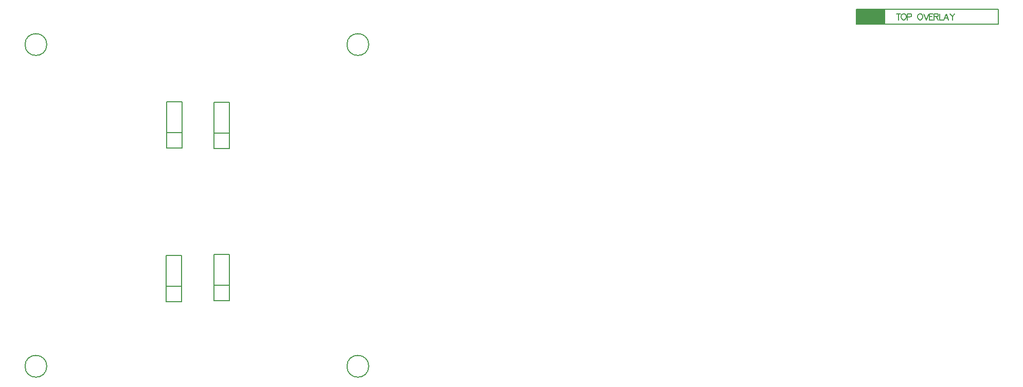
<source format=gto>
G04 Layer_Color=65535*
%FSLAX44Y44*%
%MOMM*%
G71*
G01*
G75*
%ADD13C,0.2032*%
%ADD14C,0.1270*%
%ADD15R,4.8260X2.4130*%
D13*
X1742961Y1855000D02*
G03*
X1742961Y1855000I-17960J0D01*
G01*
X2272961D02*
G03*
X2272961Y1855000I-17960J0D01*
G01*
X1742961Y1325000D02*
G03*
X1742961Y1325000I-17960J0D01*
G01*
X2272961D02*
G03*
X2272961Y1325000I-17960J0D01*
G01*
X2018300Y1709300D02*
X2043700D01*
X2018300Y1683900D02*
Y1760100D01*
Y1683900D02*
X2024650D01*
X2043700D01*
Y1760100D01*
X2018300D02*
X2043700D01*
X1940300Y1709900D02*
X1965700D01*
X1940300Y1684500D02*
Y1760700D01*
Y1684500D02*
X1946650D01*
X1965700D01*
Y1760700D01*
X1940300D02*
X1965700D01*
X2018300Y1458300D02*
X2043700D01*
X2018300Y1432900D02*
Y1509100D01*
Y1432900D02*
X2024650D01*
X2043700D01*
Y1509100D01*
X2018300D02*
X2043700D01*
X1939300Y1456900D02*
X1964700D01*
X1939300Y1431500D02*
Y1507700D01*
Y1431500D02*
X1945650D01*
X1964700D01*
Y1507700D01*
X1939300D02*
X1964700D01*
D14*
X3075590Y1912964D02*
X3309270D01*
Y1888834D02*
Y1912964D01*
X3075590Y1888834D02*
Y1912964D01*
Y1888834D02*
X3309270D01*
X3145016Y1905849D02*
Y1895692D01*
X3141630Y1905849D02*
X3148402D01*
X3152514D02*
X3151546Y1905366D01*
X3150579Y1904398D01*
X3150095Y1903431D01*
X3149612Y1901980D01*
Y1899561D01*
X3150095Y1898110D01*
X3150579Y1897143D01*
X3151546Y1896175D01*
X3152514Y1895692D01*
X3154449D01*
X3155416Y1896175D01*
X3156383Y1897143D01*
X3156867Y1898110D01*
X3157351Y1899561D01*
Y1901980D01*
X3156867Y1903431D01*
X3156383Y1904398D01*
X3155416Y1905366D01*
X3154449Y1905849D01*
X3152514D01*
X3159721Y1900529D02*
X3164074D01*
X3165525Y1901012D01*
X3166009Y1901496D01*
X3166493Y1902464D01*
Y1903915D01*
X3166009Y1904882D01*
X3165525Y1905366D01*
X3164074Y1905849D01*
X3159721D01*
Y1895692D01*
X3179649Y1905849D02*
X3178682Y1905366D01*
X3177715Y1904398D01*
X3177231Y1903431D01*
X3176747Y1901980D01*
Y1899561D01*
X3177231Y1898110D01*
X3177715Y1897143D01*
X3178682Y1896175D01*
X3179649Y1895692D01*
X3181584D01*
X3182552Y1896175D01*
X3183519Y1897143D01*
X3184003Y1898110D01*
X3184486Y1899561D01*
Y1901980D01*
X3184003Y1903431D01*
X3183519Y1904398D01*
X3182552Y1905366D01*
X3181584Y1905849D01*
X3179649D01*
X3186857D02*
X3190726Y1895692D01*
X3194596Y1905849D02*
X3190726Y1895692D01*
X3202190Y1905849D02*
X3195902D01*
Y1895692D01*
X3202190D01*
X3195902Y1901012D02*
X3199772D01*
X3203883Y1905849D02*
Y1895692D01*
Y1905849D02*
X3208236D01*
X3209688Y1905366D01*
X3210171Y1904882D01*
X3210655Y1903915D01*
Y1902947D01*
X3210171Y1901980D01*
X3209688Y1901496D01*
X3208236Y1901012D01*
X3203883D01*
X3207269D02*
X3210655Y1895692D01*
X3212928Y1905849D02*
Y1895692D01*
X3218733D01*
X3227585D02*
X3223715Y1905849D01*
X3219845Y1895692D01*
X3221297Y1899078D02*
X3226134D01*
X3229955Y1905849D02*
X3233824Y1901012D01*
Y1895692D01*
X3237694Y1905849D02*
X3233824Y1901012D01*
D15*
X3099720Y1900899D02*
D03*
M02*

</source>
